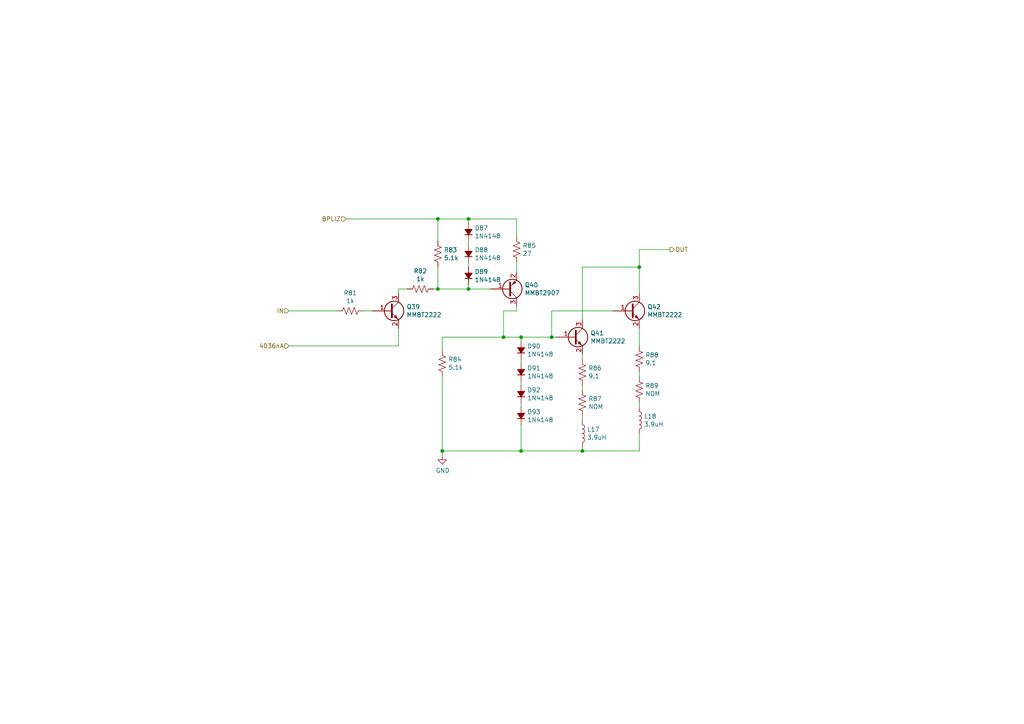
<source format=kicad_sch>
(kicad_sch (version 20211123) (generator eeschema)
  (paper "A4")
  (lib_symbols
    (symbol "Device:D_Small_Filled" (pin_numbers hide) (pin_names (offset 0.254) hide)
      (property "Reference" "D" (at -1.27 2.032 0))
      (property "Value" "D_Small_Filled" (at -3.81 -2.032 0))
      (symbol "D_Small_Filled_0_1"
        (polyline (pts (xy -0.762 -1.016) (xy -0.762 1.016)) (stroke (width 0.254)))
        (polyline (pts (xy -0.762 0) (xy 0.762 0)))
        (polyline (pts (xy 0.762 -1.016) (xy -0.762 0) (xy 0.762 1.016) (xy 0.762 -1.016)) (stroke (width 0.254)) (fill (type outline)))
      )
      (symbol "D_Small_Filled_1_1"
        (pin passive line (at -2.54 0 0) (length 1.778) (name "K") (number "1"))
        (pin passive line (at 2.54 0 180) (length 1.778) (name "A") (number "2"))
      )
    )
    (symbol "Device:L" (pin_numbers hide) (pin_names (offset 1.016) hide)
      (property "Reference" "L" (at -1.27 0 90))
      (property "Value" "L" (at 1.905 0 90))
      (symbol "L_0_1"
        (arc (start 0 -2.54) (mid 0.635 -1.905) (end 0 -1.27))
        (arc (start 0 -1.27) (mid 0.635 -0.635) (end 0 0))
        (arc (start 0 0) (mid 0.635 0.635) (end 0 1.27))
        (arc (start 0 1.27) (mid 0.635 1.905) (end 0 2.54))
      )
      (symbol "L_1_1"
        (pin passive line (at 0 3.81 270) (length 1.27) (name "1") (number "1"))
        (pin passive line (at 0 -3.81 90) (length 1.27) (name "2") (number "2"))
      )
    )
    (symbol "Device:Q_NPN_BEC" (pin_names (offset 0) hide)
      (property "Reference" "Q" (at 5.08 1.27 0))
      (property "Value" "Q_NPN_BEC" (at 5.08 -1.27 0))
      (symbol "Q_NPN_BEC_0_1"
        (polyline (pts (xy 0.635 0.635) (xy 2.54 2.54)))
        (polyline (pts (xy 0.635 -0.635) (xy 2.54 -2.54) (xy 2.54 -2.54)))
        (polyline (pts (xy 0.635 1.905) (xy 0.635 -1.905) (xy 0.635 -1.905)) (stroke (width 0.508)))
        (polyline (pts (xy 1.27 -1.778) (xy 1.778 -1.27) (xy 2.286 -2.286) (xy 1.27 -1.778) (xy 1.27 -1.778)) (fill (type outline)))
        (circle (center 1.27 0) (radius 2.8194) (stroke (width 0.254)))
      )
      (symbol "Q_NPN_BEC_1_1"
        (pin input line (at -5.08 0 0) (length 5.715) (name "B") (number "1"))
        (pin passive line (at 2.54 -5.08 90) (length 2.54) (name "E") (number "2"))
        (pin passive line (at 2.54 5.08 270) (length 2.54) (name "C") (number "3"))
      )
    )
    (symbol "Device:Q_PNP_BEC" (pin_names (offset 0) hide)
      (property "Reference" "Q" (at 5.08 1.27 0))
      (property "Value" "Q_PNP_BEC" (at 5.08 -1.27 0))
      (symbol "Q_PNP_BEC_0_1"
        (polyline (pts (xy 0.635 0.635) (xy 2.54 2.54)))
        (polyline (pts (xy 0.635 -0.635) (xy 2.54 -2.54) (xy 2.54 -2.54)))
        (polyline (pts (xy 0.635 1.905) (xy 0.635 -1.905) (xy 0.635 -1.905)) (stroke (width 0.508)))
        (polyline (pts (xy 2.286 -1.778) (xy 1.778 -2.286) (xy 1.27 -1.27) (xy 2.286 -1.778) (xy 2.286 -1.778)) (fill (type outline)))
        (circle (center 1.27 0) (radius 2.8194) (stroke (width 0.254)))
      )
      (symbol "Q_PNP_BEC_1_1"
        (pin input line (at -5.08 0 0) (length 5.715) (name "B") (number "1"))
        (pin passive line (at 2.54 -5.08 90) (length 2.54) (name "E") (number "2"))
        (pin passive line (at 2.54 5.08 270) (length 2.54) (name "C") (number "3"))
      )
    )
    (symbol "Device:R_US" (pin_numbers hide) (pin_names (offset 0))
      (property "Reference" "R" (at 2.54 0 90))
      (property "Value" "R_US" (at -2.54 0 90))
      (symbol "R_US_0_1"
        (polyline (pts (xy 0 -2.286) (xy 0 -2.54)))
        (polyline (pts (xy 0 2.286) (xy 0 2.54)))
        (polyline (pts (xy 0 -0.762) (xy 1.016 -1.143) (xy 0 -1.524) (xy -1.016 -1.905) (xy 0 -2.286)))
        (polyline (pts (xy 0 0.762) (xy 1.016 0.381) (xy 0 0) (xy -1.016 -0.381) (xy 0 -0.762)))
        (polyline (pts (xy 0 2.286) (xy 1.016 1.905) (xy 0 1.524) (xy -1.016 1.143) (xy 0 0.762)))
      )
      (symbol "R_US_1_1"
        (pin passive line (at 0 3.81 270) (length 1.27) (name "~") (number "1"))
        (pin passive line (at 0 -3.81 90) (length 1.27) (name "~") (number "2"))
      )
    )
    (symbol "power:GND" (power) (pin_names (offset 0))
      (property "Value" "GND" (at 0 -3.81 0))
      (symbol "GND_0_1"
        (polyline (pts (xy 0 0) (xy 0 -1.27) (xy 1.27 -1.27) (xy 0 -2.54) (xy -1.27 -1.27) (xy 0 -1.27)))
      )
      (symbol "GND_1_1"
        (pin power_in line (at 0 0 270) (length 0) hide (name "GND") (number "1"))
      )
    )
  )
  (junction (at 146.05 97.79))
  (junction (at 135.89 63.5))
  (junction (at 127 63.5))
  (junction (at 168.91 130.81))
  (junction (at 160.02 97.79))
  (junction (at 185.42 77.47))
  (junction (at 127 83.82))
  (junction (at 128.27 130.81))
  (junction (at 151.13 97.79))
  (junction (at 135.89 83.82))
  (junction (at 151.13 130.81))
  (wire (pts (xy 151.13 104.14) (xy 151.13 105.41)))
  (wire (pts (xy 128.27 97.79) (xy 146.05 97.79)))
  (wire (pts (xy 151.13 116.84) (xy 151.13 118.11)))
  (wire (pts (xy 125.73 83.82) (xy 127 83.82)))
  (wire (pts (xy 149.86 63.5) (xy 135.89 63.5)))
  (wire (pts (xy 185.42 109.22) (xy 185.42 107.95)))
  (wire (pts (xy 127 63.5) (xy 135.89 63.5)))
  (wire (pts (xy 185.42 95.25) (xy 185.42 100.33)))
  (wire (pts (xy 128.27 109.22) (xy 128.27 130.81)))
  (wire (pts (xy 151.13 97.79) (xy 160.02 97.79)))
  (wire (pts (xy 128.27 101.6) (xy 128.27 97.79)))
  (wire (pts (xy 185.42 130.81) (xy 185.42 125.73)))
  (wire (pts (xy 127 69.85) (xy 127 63.5)))
  (wire (pts (xy 135.89 83.82) (xy 135.89 82.55)))
  (wire (pts (xy 185.42 72.39) (xy 194.31 72.39)))
  (wire (pts (xy 149.86 68.58) (xy 149.86 63.5)))
  (wire (pts (xy 128.27 130.81) (xy 151.13 130.81)))
  (wire (pts (xy 135.89 83.82) (xy 142.24 83.82)))
  (wire (pts (xy 185.42 118.11) (xy 185.42 116.84)))
  (wire (pts (xy 151.13 110.49) (xy 151.13 111.76)))
  (wire (pts (xy 135.89 69.85) (xy 135.89 71.12)))
  (wire (pts (xy 151.13 130.81) (xy 151.13 123.19)))
  (wire (pts (xy 168.91 113.03) (xy 168.91 111.76)))
  (wire (pts (xy 135.89 63.5) (xy 135.89 64.77)))
  (wire (pts (xy 127 83.82) (xy 135.89 83.82)))
  (wire (pts (xy 160.02 97.79) (xy 160.02 90.17)))
  (wire (pts (xy 149.86 90.17) (xy 146.05 90.17)))
  (wire (pts (xy 128.27 130.81) (xy 128.27 132.08)))
  (wire (pts (xy 127 83.82) (xy 127 77.47)))
  (wire (pts (xy 168.91 130.81) (xy 185.42 130.81)))
  (wire (pts (xy 160.02 90.17) (xy 177.8 90.17)))
  (wire (pts (xy 168.91 102.87) (xy 168.91 104.14)))
  (wire (pts (xy 146.05 97.79) (xy 151.13 97.79)))
  (wire (pts (xy 115.57 85.09) (xy 115.57 83.82)))
  (wire (pts (xy 115.57 83.82) (xy 118.11 83.82)))
  (wire (pts (xy 115.57 100.33) (xy 83.82 100.33)))
  (wire (pts (xy 100.33 63.5) (xy 127 63.5)))
  (wire (pts (xy 149.86 76.2) (xy 149.86 78.74)))
  (wire (pts (xy 168.91 77.47) (xy 185.42 77.47)))
  (wire (pts (xy 168.91 92.71) (xy 168.91 77.47)))
  (wire (pts (xy 105.41 90.17) (xy 107.95 90.17)))
  (wire (pts (xy 168.91 130.81) (xy 168.91 129.54)))
  (wire (pts (xy 146.05 90.17) (xy 146.05 97.79)))
  (wire (pts (xy 151.13 97.79) (xy 151.13 99.06)))
  (wire (pts (xy 185.42 77.47) (xy 185.42 72.39)))
  (wire (pts (xy 160.02 97.79) (xy 161.29 97.79)))
  (wire (pts (xy 149.86 88.9) (xy 149.86 90.17)))
  (wire (pts (xy 115.57 95.25) (xy 115.57 100.33)))
  (wire (pts (xy 168.91 121.92) (xy 168.91 120.65)))
  (wire (pts (xy 83.82 90.17) (xy 97.79 90.17)))
  (wire (pts (xy 185.42 85.09) (xy 185.42 77.47)))
  (wire (pts (xy 135.89 76.2) (xy 135.89 77.47)))
  (wire (pts (xy 151.13 130.81) (xy 168.91 130.81)))
  (hierarchical_label "BPLIZ" (shape input) (at 100.33 63.5 180))
  (hierarchical_label "OUT" (shape output) (at 194.31 72.39 0))
  (hierarchical_label "4036nA" (shape input) (at 83.82 100.33 180))
  (hierarchical_label "IN" (shape input) (at 83.82 90.17 180))
  (symbol (lib_id "Device:R_US") (at 101.6 90.17 270) (unit 1)
    (property "Reference" "R81" (at 101.6 84.963 90))
    (property "Value" "1k" (at 101.6 87.2744 90))
    (property "Footprint" "Resistor_SMD:R_0603_1608Metric" (effects hide))
    (property "Description" "RES SMD 1K OHM PULSE-WITHSTANDING 1% 1/4W 0603" (effects hide))
    (property "MPN" "ESR03EZPF1001" (effects hide))
    (property "Manufacturer" "Rohm Semiconductor" (effects hide))
    (property "Package" "0603" (effects hide))
    (property "Rating" "1/4W" (effects hide))
    (property "Tolerance" "1%" (effects hide))
  )
  (symbol (lib_id "Device:Q_NPN_BEC") (at 113.03 90.17 0) (unit 1)
    (property "Reference" "Q39" (at 117.8814 89.0016 0) (effects (justify left)))
    (property "Value" "MMBT2222" (at 117.8814 91.313 0) (effects (justify left)))
    (property "Footprint" "Package_TO_SOT_SMD:SOT-23" (effects hide))
    (property "Digikey" "https://www.digikey.com/en/products/detail/MMBT2222A-G/641-1942-1-ND/9477875" (effects hide))
    (property "Part Number" "MMBT2222A-G" (effects hide))
    (property "MPN" "MMBT2222ALT1HTSA1" (effects hide))
    (property "Manufacturer" "Infineon Technologies" (effects hide))
    (property "Description" "TRANS NPN 40V 0.6A SOT-23" (effects hide))
    (property "Package" "SOT-23-3" (effects hide))
  )
  (symbol (lib_id "Device:R_US") (at 121.92 83.82 270) (unit 1)
    (property "Reference" "R82" (at 121.92 78.613 90))
    (property "Value" "1k" (at 121.92 80.9244 90))
    (property "Footprint" "Resistor_SMD:R_0603_1608Metric" (effects hide))
    (property "Description" "RES SMD 1K OHM PULSE-WITHSTANDING 1% 1/4W 0603" (effects hide))
    (property "MPN" "ESR03EZPF1001" (effects hide))
    (property "Manufacturer" "Rohm Semiconductor" (effects hide))
    (property "Package" "0603" (effects hide))
    (property "Rating" "1/4W" (effects hide))
    (property "Tolerance" "1%" (effects hide))
  )
  (symbol (lib_id "Device:R_US") (at 127 73.66 0) (unit 1)
    (property "Reference" "R83" (at 128.7272 72.4916 0) (effects (justify left)))
    (property "Value" "5.1k" (at 128.7272 74.803 0) (effects (justify left)))
    (property "Footprint" "Resistor_SMD:R_0603_1608Metric" (effects hide))
    (property "Description" "RES 5.1K OHM PULSE-WITHSTANDING 1% 1/4W 0603" (effects hide))
    (property "MPN" "ERJ-UP3F5101V" (effects hide))
    (property "Manufacturer" "Panasonic Electronic Components" (effects hide))
    (property "Package" "0603" (effects hide))
    (property "Rating" "1/4W" (effects hide))
    (property "Tolerance" "1%" (effects hide))
  )
  (symbol (lib_id "Device:D_Small_Filled") (at 135.89 80.01 90) (unit 1)
    (property "Reference" "D89" (at 137.668 78.8416 90) (effects (justify right)))
    (property "Value" "1N4148" (at 137.668 81.153 90) (effects (justify right)))
    (property "Footprint" "lachesis:D_SOD-323" (effects hide))
    (property "Part Number" "1N4148WSTR" (effects hide))
    (property "Digikey" "https://www.digikey.com/en/products/detail/smc-diode-solutions/1N4148WSTR/6022449" (effects hide))
    (property "MPN" "1N4148WS" (effects hide))
    (property "Manufacturer" "SMC Diode Solutions" (effects hide))
    (property "Description" "DIODE GEN PURP 75V 300MA SOD323" (effects hide))
    (property "Package" "SOD-323" (effects hide))
    (property "Rating" "300mA" (effects hide))
  )
  (symbol (lib_id "Device:D_Small_Filled") (at 135.89 73.66 90) (unit 1)
    (property "Reference" "D88" (at 137.668 72.4916 90) (effects (justify right)))
    (property "Value" "1N4148" (at 137.668 74.803 90) (effects (justify right)))
    (property "Footprint" "lachesis:D_SOD-323" (effects hide))
    (property "Part Number" "1N4148WSTR" (effects hide))
    (property "Digikey" "https://www.digikey.com/en/products/detail/smc-diode-solutions/1N4148WSTR/6022449" (effects hide))
    (property "MPN" "1N4148WS" (effects hide))
    (property "Manufacturer" "SMC Diode Solutions" (effects hide))
    (property "Description" "DIODE GEN PURP 75V 300MA SOD323" (effects hide))
    (property "Package" "SOD-323" (effects hide))
    (property "Rating" "300mA" (effects hide))
  )
  (symbol (lib_id "Device:D_Small_Filled") (at 135.89 67.31 90) (unit 1)
    (property "Reference" "D87" (at 137.668 66.1416 90) (effects (justify right)))
    (property "Value" "1N4148" (at 137.668 68.453 90) (effects (justify right)))
    (property "Footprint" "lachesis:D_SOD-323" (effects hide))
    (property "Part Number" "1N4148WSTR" (effects hide))
    (property "Digikey" "https://www.digikey.com/en/products/detail/smc-diode-solutions/1N4148WSTR/6022449" (effects hide))
    (property "MPN" "1N4148WS" (effects hide))
    (property "Manufacturer" "SMC Diode Solutions" (effects hide))
    (property "Description" "DIODE GEN PURP 75V 300MA SOD323" (effects hide))
    (property "Package" "SOD-323" (effects hide))
    (property "Rating" "300mA" (effects hide))
  )
  (symbol (lib_id "Device:Q_PNP_BEC") (at 147.32 83.82 0) (mirror x) (unit 1)
    (property "Reference" "Q40" (at 152.1714 82.6516 0) (effects (justify left)))
    (property "Value" "MMBT2907" (at 152.1714 84.963 0) (effects (justify left)))
    (property "Footprint" "Package_TO_SOT_SMD:SOT-23" (effects hide))
    (property "Digikey" "https://www.digikey.com/en/products/detail/MMBT2907A-G/641-1952-1-ND/9477883" (effects hide))
    (property "Part Number" "MMBT2907A-G" (effects hide))
    (property "MPN" "MMBT2907ALT1HTSA1" (effects hide))
    (property "Manufacturer" "Infineon Technologies" (effects hide))
    (property "Description" "TRANS PNP 60V 0.6A SOT23" (effects hide))
    (property "Package" "SOT-23-3" (effects hide))
  )
  (symbol (lib_id "Device:R_US") (at 149.86 72.39 0) (unit 1)
    (property "Reference" "R85" (at 151.5872 71.2216 0) (effects (justify left)))
    (property "Value" "27" (at 151.5872 73.533 0) (effects (justify left)))
    (property "Footprint" "Resistor_SMD:R_0603_1608Metric" (effects hide))
    (property "Description" "RES SMD 27 OHM PULSE-WITHSTANDING 1% 1/3W 0603" (effects hide))
    (property "MPN" "ERJ-PA3F27R0V" (effects hide))
    (property "Manufacturer" "Panasonic Electronic Components" (effects hide))
    (property "Package" "0603" (effects hide))
    (property "Rating" "1/3W" (effects hide))
    (property "Tolerance" "1%" (effects hide))
  )
  (symbol (lib_id "Device:D_Small_Filled") (at 151.13 114.3 90) (unit 1)
    (property "Reference" "D92" (at 152.908 113.1316 90) (effects (justify right)))
    (property "Value" "1N4148" (at 152.908 115.443 90) (effects (justify right)))
    (property "Footprint" "lachesis:D_SOD-323" (effects hide))
    (property "Part Number" "1N4148WSTR" (effects hide))
    (property "Digikey" "https://www.digikey.com/en/products/detail/smc-diode-solutions/1N4148WSTR/6022449" (effects hide))
    (property "MPN" "1N4148WS" (effects hide))
    (property "Manufacturer" "SMC Diode Solutions" (effects hide))
    (property "Description" "DIODE GEN PURP 75V 300MA SOD323" (effects hide))
    (property "Package" "SOD-323" (effects hide))
    (property "Rating" "300mA" (effects hide))
  )
  (symbol (lib_id "Device:D_Small_Filled") (at 151.13 107.95 90) (unit 1)
    (property "Reference" "D91" (at 152.908 106.7816 90) (effects (justify right)))
    (property "Value" "1N4148" (at 152.908 109.093 90) (effects (justify right)))
    (property "Footprint" "lachesis:D_SOD-323" (effects hide))
    (property "Part Number" "1N4148WSTR" (effects hide))
    (property "Digikey" "https://www.digikey.com/en/products/detail/smc-diode-solutions/1N4148WSTR/6022449" (effects hide))
    (property "MPN" "1N4148WS" (effects hide))
    (property "Manufacturer" "SMC Diode Solutions" (effects hide))
    (property "Description" "DIODE GEN PURP 75V 300MA SOD323" (effects hide))
    (property "Package" "SOD-323" (effects hide))
    (property "Rating" "300mA" (effects hide))
  )
  (symbol (lib_id "Device:D_Small_Filled") (at 151.13 101.6 90) (unit 1)
    (property "Reference" "D90" (at 152.908 100.4316 90) (effects (justify right)))
    (property "Value" "1N4148" (at 152.908 102.743 90) (effects (justify right)))
    (property "Footprint" "lachesis:D_SOD-323" (effects hide))
    (property "Part Number" "1N4148WSTR" (effects hide))
    (property "Digikey" "https://www.digikey.com/en/products/detail/smc-diode-solutions/1N4148WSTR/6022449" (effects hide))
    (property "MPN" "1N4148WS" (effects hide))
    (property "Manufacturer" "SMC Diode Solutions" (effects hide))
    (property "Description" "DIODE GEN PURP 75V 300MA SOD323" (effects hide))
    (property "Package" "SOD-323" (effects hide))
    (property "Rating" "300mA" (effects hide))
  )
  (symbol (lib_id "Device:D_Small_Filled") (at 151.13 120.65 90) (unit 1)
    (property "Reference" "D93" (at 152.908 119.4816 90) (effects (justify right)))
    (property "Value" "1N4148" (at 152.908 121.793 90) (effects (justify right)))
    (property "Footprint" "lachesis:D_SOD-323" (effects hide))
    (property "Part Number" "1N4148WSTR" (effects hide))
    (property "Digikey" "https://www.digikey.com/en/products/detail/smc-diode-solutions/1N4148WSTR/6022449" (effects hide))
    (property "MPN" "1N4148WS" (effects hide))
    (property "Manufacturer" "SMC Diode Solutions" (effects hide))
    (property "Description" "DIODE GEN PURP 75V 300MA SOD323" (effects hide))
    (property "Package" "SOD-323" (effects hide))
    (property "Rating" "300mA" (effects hide))
  )
  (symbol (lib_id "Device:R_US") (at 128.27 105.41 0) (unit 1)
    (property "Reference" "R84" (at 129.9972 104.2416 0) (effects (justify left)))
    (property "Value" "5.1k" (at 129.9972 106.553 0) (effects (justify left)))
    (property "Footprint" "Resistor_SMD:R_0603_1608Metric" (effects hide))
    (property "Description" "RES 5.1K OHM PULSE-WITHSTANDING 1% 1/4W 0603" (effects hide))
    (property "MPN" "ERJ-UP3F5101V" (effects hide))
    (property "Manufacturer" "Panasonic Electronic Components" (effects hide))
    (property "Package" "0603" (effects hide))
    (property "Rating" "1/4W" (effects hide))
    (property "Tolerance" "1%" (effects hide))
  )
  (symbol (lib_id "power:GND") (at 128.27 132.08 0) (unit 1)
    (property "Reference" "#PWR019" (effects hide))
    (property "Value" "GND" (at 128.397 136.4742 0))
  )
  (symbol (lib_id "Device:Q_NPN_BEC") (at 166.37 97.79 0) (unit 1)
    (property "Reference" "Q41" (at 171.2214 96.6216 0) (effects (justify left)))
    (property "Value" "MMBT2222" (at 171.2214 98.933 0) (effects (justify left)))
    (property "Footprint" "Package_TO_SOT_SMD:SOT-23" (effects hide))
    (property "Digikey" "https://www.digikey.com/en/products/detail/MMBT2222A-G/641-1942-1-ND/9477875" (effects hide))
    (property "Part Number" "MMBT2222A-G" (effects hide))
    (property "MPN" "MMBT2222ALT1HTSA1" (effects hide))
    (property "Manufacturer" "Infineon Technologies" (effects hide))
    (property "Description" "TRANS NPN 40V 0.6A SOT-23" (effects hide))
    (property "Package" "SOT-23-3" (effects hide))
  )
  (symbol (lib_id "Device:Q_NPN_BEC") (at 182.88 90.17 0) (unit 1)
    (property "Reference" "Q42" (at 187.7314 89.0016 0) (effects (justify left)))
    (property "Value" "MMBT2222" (at 187.7314 91.313 0) (effects (justify left)))
    (property "Footprint" "Package_TO_SOT_SMD:SOT-23" (effects hide))
    (property "Digikey" "https://www.digikey.com/en/products/detail/MMBT2222A-G/641-1942-1-ND/9477875" (effects hide))
    (property "Part Number" "MMBT2222A-G" (effects hide))
    (property "MPN" "MMBT2222ALT1HTSA1" (effects hide))
    (property "Manufacturer" "Infineon Technologies" (effects hide))
    (property "Description" "TRANS NPN 40V 0.6A SOT-23" (effects hide))
    (property "Package" "SOT-23-3" (effects hide))
  )
  (symbol (lib_id "Device:R_US") (at 168.91 107.95 0) (unit 1)
    (property "Reference" "R86" (at 170.6372 106.7816 0) (effects (justify left)))
    (property "Value" "9.1" (at 170.6372 109.093 0) (effects (justify left)))
    (property "Footprint" "Resistor_SMD:R_0805_2012Metric" (effects hide))
    (property "Description" "RES SMD 9.1 OHM PULSE-WITHSTANDING 1% 0.4W 0805" (effects hide))
    (property "MPN" "ESR10EZPF9R10" (effects hide))
    (property "Manufacturer" "Rohm Semiconductor" (effects hide))
    (property "Package" "0805" (effects hide))
    (property "Rating" "2/5W" (effects hide))
    (property "Tolerance" "1%" (effects hide))
  )
  (symbol (lib_id "Device:L") (at 168.91 125.73 0) (unit 1)
    (property "Reference" "L17" (at 170.2562 124.5616 0) (effects (justify left)))
    (property "Value" "3.9uH" (at 170.2562 126.873 0) (effects (justify left)))
    (property "Footprint" "lachesis:API_Delevan_1812R" (effects hide))
    (property "DCR" "0.9" (effects hide))
    (property "Digikey" "https://www.digikey.com/en/products/detail/api-delevan-inc/1812R-392J/1115314" (effects hide))
    (property "Part Number" "1812R-392J" (effects hide))
    (property "Rating" "472mA" (effects hide))
    (property "Tolerance" "5%" (effects hide))
    (property "MPN" "1812R-392J" (effects hide))
    (property "Manufacturer" "API Delevan Inc" (effects hide))
    (property "Description" "FIXED IND 3.9UH 472MA 900MOHM SM" (effects hide))
    (property "Package" "1812" (effects hide))
  )
  (symbol (lib_id "Device:R_US") (at 185.42 104.14 0) (unit 1)
    (property "Reference" "R88" (at 187.1472 102.9716 0) (effects (justify left)))
    (property "Value" "9.1" (at 187.1472 105.283 0) (effects (justify left)))
    (property "Footprint" "Resistor_SMD:R_0805_2012Metric" (effects hide))
    (property "Description" "RES SMD 9.1 OHM PULSE-WITHSTANDING 1% 0.4W 0805" (effects hide))
    (property "MPN" "ESR10EZPF9R10" (effects hide))
    (property "Manufacturer" "Rohm Semiconductor" (effects hide))
    (property "Package" "0805" (effects hide))
    (property "Rating" "2/5W" (effects hide))
    (property "Tolerance" "1%" (effects hide))
  )
  (symbol (lib_id "Device:L") (at 185.42 121.92 0) (unit 1)
    (property "Reference" "L18" (at 186.7662 120.7516 0) (effects (justify left)))
    (property "Value" "3.9uH" (at 186.7662 123.063 0) (effects (justify left)))
    (property "Footprint" "lachesis:API_Delevan_1812R" (effects hide))
    (property "DCR" "0.9" (effects hide))
    (property "Digikey" "https://www.digikey.com/en/products/detail/api-delevan-inc/1812R-392J/1115314" (effects hide))
    (property "Part Number" "1812R-392J" (effects hide))
    (property "Rating" "472mA" (effects hide))
    (property "Tolerance" "5%" (effects hide))
    (property "MPN" "1812R-392J" (effects hide))
    (property "Manufacturer" "API Delevan Inc" (effects hide))
    (property "Description" "FIXED IND 3.9UH 472MA 900MOHM SM" (effects hide))
    (property "Package" "1812" (effects hide))
  )
  (symbol (lib_id "Device:R_US") (at 168.91 116.84 0) (unit 1)
    (property "Reference" "R87" (at 170.6372 115.6716 0) (effects (justify left)))
    (property "Value" "NOM" (at 170.6372 117.983 0) (effects (justify left)))
    (property "Footprint" "Resistor_SMD:R_0603_1608Metric" (effects hide))
  )
  (symbol (lib_id "Device:R_US") (at 185.42 113.03 0) (unit 1)
    (property "Reference" "R89" (at 187.1472 111.8616 0) (effects (justify left)))
    (property "Value" "NOM" (at 187.1472 114.173 0) (effects (justify left)))
    (property "Footprint" "Resistor_SMD:R_0603_1608Metric" (effects hide))
  )
)
</source>
